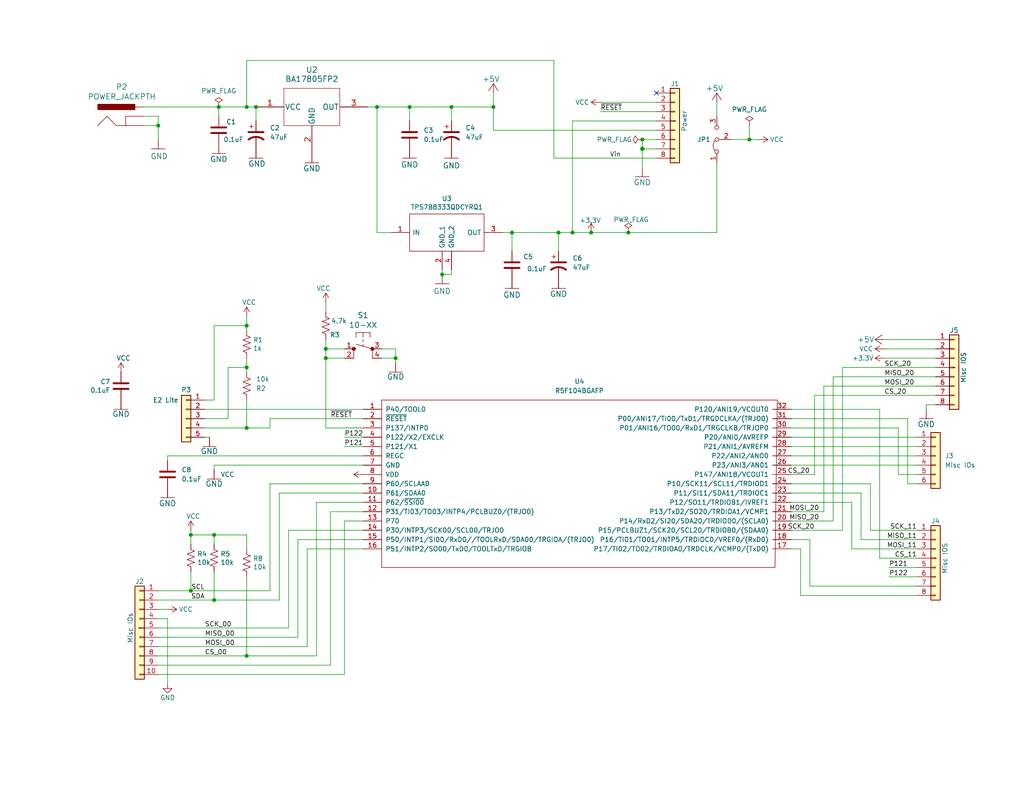
<source format=kicad_sch>
(kicad_sch (version 20231120) (generator "eeschema") (generator_version "8.0")
  (paper "A")
  (title_block (date "2025-01-17"))
  (lib_symbols
    (symbol "Connector_Generic:Conn_01x05" (pin_names (offset 1.016) hide)
      (property "Reference" "J" (at 0 7.62 0))
      (property "Value" "Conn_01x05" (at 0 -7.62 0))
      (symbol "Conn_01x05_1_1"
        (rectangle (start -1.27 -4.953) (end 0 -5.207) (stroke (width 0.1524)))
        (rectangle (start -1.27 -2.413) (end 0 -2.667) (stroke (width 0.1524)))
        (rectangle (start -1.27 0.127) (end 0 -0.127) (stroke (width 0.1524)))
        (rectangle (start -1.27 2.667) (end 0 2.413) (stroke (width 0.1524)))
        (rectangle (start -1.27 5.207) (end 0 4.953) (stroke (width 0.1524)))
        (rectangle (start -1.27 6.35) (end 1.27 -6.35) (stroke (width 0.254)) (fill (type background)))
        (pin passive line (at -5.08 5.08 0) (length 3.81) (name "Pin_1") (number "1"))
        (pin passive line (at -5.08 2.54 0) (length 3.81) (name "Pin_2") (number "2"))
        (pin passive line (at -5.08 0 0) (length 3.81) (name "Pin_3") (number "3"))
        (pin passive line (at -5.08 -2.54 0) (length 3.81) (name "Pin_4") (number "4"))
        (pin passive line (at -5.08 -5.08 0) (length 3.81) (name "Pin_5") (number "5"))
      )
    )
    (symbol "Connector_Generic:Conn_01x06" (pin_names (offset 1.016) hide)
      (property "Reference" "J" (at 0 7.62 0))
      (property "Value" "Conn_01x06" (at 0 -10.16 0))
      (symbol "Conn_01x06_1_1"
        (rectangle (start -1.27 -7.493) (end 0 -7.747) (stroke (width 0.1524)))
        (rectangle (start -1.27 -4.953) (end 0 -5.207) (stroke (width 0.1524)))
        (rectangle (start -1.27 -2.413) (end 0 -2.667) (stroke (width 0.1524)))
        (rectangle (start -1.27 0.127) (end 0 -0.127) (stroke (width 0.1524)))
        (rectangle (start -1.27 2.667) (end 0 2.413) (stroke (width 0.1524)))
        (rectangle (start -1.27 5.207) (end 0 4.953) (stroke (width 0.1524)))
        (rectangle (start -1.27 6.35) (end 1.27 -8.89) (stroke (width 0.254)) (fill (type background)))
        (pin passive line (at -5.08 5.08 0) (length 3.81) (name "Pin_1") (number "1"))
        (pin passive line (at -5.08 2.54 0) (length 3.81) (name "Pin_2") (number "2"))
        (pin passive line (at -5.08 0 0) (length 3.81) (name "Pin_3") (number "3"))
        (pin passive line (at -5.08 -2.54 0) (length 3.81) (name "Pin_4") (number "4"))
        (pin passive line (at -5.08 -5.08 0) (length 3.81) (name "Pin_5") (number "5"))
        (pin passive line (at -5.08 -7.62 0) (length 3.81) (name "Pin_6") (number "6"))
      )
    )
    (symbol "Connector_Generic:Conn_01x08" (pin_names (offset 1.016) hide)
      (property "Reference" "J" (at 0 10.16 0))
      (property "Value" "Conn_01x08" (at 0 -12.7 0))
      (symbol "Conn_01x08_1_1"
        (rectangle (start -1.27 -10.033) (end 0 -10.287) (stroke (width 0.1524)))
        (rectangle (start -1.27 -7.493) (end 0 -7.747) (stroke (width 0.1524)))
        (rectangle (start -1.27 -4.953) (end 0 -5.207) (stroke (width 0.1524)))
        (rectangle (start -1.27 -2.413) (end 0 -2.667) (stroke (width 0.1524)))
        (rectangle (start -1.27 0.127) (end 0 -0.127) (stroke (width 0.1524)))
        (rectangle (start -1.27 2.667) (end 0 2.413) (stroke (width 0.1524)))
        (rectangle (start -1.27 5.207) (end 0 4.953) (stroke (width 0.1524)))
        (rectangle (start -1.27 7.747) (end 0 7.493) (stroke (width 0.1524)))
        (rectangle (start -1.27 8.89) (end 1.27 -11.43) (stroke (width 0.254)) (fill (type background)))
        (pin passive line (at -5.08 7.62 0) (length 3.81) (name "Pin_1") (number "1"))
        (pin passive line (at -5.08 5.08 0) (length 3.81) (name "Pin_2") (number "2"))
        (pin passive line (at -5.08 2.54 0) (length 3.81) (name "Pin_3") (number "3"))
        (pin passive line (at -5.08 0 0) (length 3.81) (name "Pin_4") (number "4"))
        (pin passive line (at -5.08 -2.54 0) (length 3.81) (name "Pin_5") (number "5"))
        (pin passive line (at -5.08 -5.08 0) (length 3.81) (name "Pin_6") (number "6"))
        (pin passive line (at -5.08 -7.62 0) (length 3.81) (name "Pin_7") (number "7"))
        (pin passive line (at -5.08 -10.16 0) (length 3.81) (name "Pin_8") (number "8"))
      )
    )
    (symbol "Connector_Generic:Conn_01x10" (pin_names (offset 1.016) hide)
      (property "Reference" "J" (at 0 12.7 0))
      (property "Value" "Conn_01x10" (at 0 -15.24 0))
      (symbol "Conn_01x10_1_1"
        (rectangle (start -1.27 -12.573) (end 0 -12.827) (stroke (width 0.1524)))
        (rectangle (start -1.27 -10.033) (end 0 -10.287) (stroke (width 0.1524)))
        (rectangle (start -1.27 -7.493) (end 0 -7.747) (stroke (width 0.1524)))
        (rectangle (start -1.27 -4.953) (end 0 -5.207) (stroke (width 0.1524)))
        (rectangle (start -1.27 -2.413) (end 0 -2.667) (stroke (width 0.1524)))
        (rectangle (start -1.27 0.127) (end 0 -0.127) (stroke (width 0.1524)))
        (rectangle (start -1.27 2.667) (end 0 2.413) (stroke (width 0.1524)))
        (rectangle (start -1.27 5.207) (end 0 4.953) (stroke (width 0.1524)))
        (rectangle (start -1.27 7.747) (end 0 7.493) (stroke (width 0.1524)))
        (rectangle (start -1.27 10.287) (end 0 10.033) (stroke (width 0.1524)))
        (rectangle (start -1.27 11.43) (end 1.27 -13.97) (stroke (width 0.254)) (fill (type background)))
        (pin passive line (at -5.08 10.16 0) (length 3.81) (name "Pin_1") (number "1"))
        (pin passive line (at -5.08 -12.7 0) (length 3.81) (name "Pin_10") (number "10"))
        (pin passive line (at -5.08 7.62 0) (length 3.81) (name "Pin_2") (number "2"))
        (pin passive line (at -5.08 5.08 0) (length 3.81) (name "Pin_3") (number "3"))
        (pin passive line (at -5.08 2.54 0) (length 3.81) (name "Pin_4") (number "4"))
        (pin passive line (at -5.08 0 0) (length 3.81) (name "Pin_5") (number "5"))
        (pin passive line (at -5.08 -2.54 0) (length 3.81) (name "Pin_6") (number "6"))
        (pin passive line (at -5.08 -5.08 0) (length 3.81) (name "Pin_7") (number "7"))
        (pin passive line (at -5.08 -7.62 0) (length 3.81) (name "Pin_8") (number "8"))
        (pin passive line (at -5.08 -10.16 0) (length 3.81) (name "Pin_9") (number "9"))
      )
    )
    (symbol "Device:C" (pin_numbers hide) (pin_names (offset 0.254))
      (property "Reference" "C" (at 0.635 2.54 0))
      (property "Value" "C" (at 0.635 -2.54 0))
      (symbol "C_0_1"
        (polyline (pts (xy -2.032 -0.762) (xy 2.032 -0.762)) (stroke (width 0.508)))
        (polyline (pts (xy -2.032 0.762) (xy 2.032 0.762)) (stroke (width 0.508)))
      )
      (symbol "C_1_1"
        (pin passive line (at 0 3.81 270) (length 2.794) (name "~") (number "1"))
        (pin passive line (at 0 -3.81 90) (length 2.794) (name "~") (number "2"))
      )
    )
    (symbol "Device:C_Polarized_US" (pin_numbers hide) (pin_names (offset 0.254) hide)
      (property "Reference" "C" (at 0.635 2.54 0))
      (property "Value" "C_Polarized_US" (at 0.635 -2.54 0))
      (symbol "C_Polarized_US_0_1"
        (polyline (pts (xy -2.032 0.762) (xy 2.032 0.762)) (stroke (width 0.508)))
        (polyline (pts (xy -1.778 2.286) (xy -0.762 2.286)))
        (polyline (pts (xy -1.27 1.778) (xy -1.27 2.794)))
        (arc (start 2.032 -1.27) (mid 0 -0.5572) (end -2.032 -1.27) (stroke (width 0.508)))
      )
      (symbol "C_Polarized_US_1_1"
        (pin passive line (at 0 3.81 270) (length 2.794) (name "~") (number "1"))
        (pin passive line (at 0 -3.81 90) (length 3.302) (name "~") (number "2"))
      )
    )
    (symbol "Device:R_US" (pin_numbers hide) (pin_names (offset 0))
      (property "Reference" "R" (at 2.54 0 90))
      (property "Value" "R_US" (at -2.54 0 90))
      (symbol "R_US_0_1"
        (polyline (pts (xy 0 -2.286) (xy 0 -2.54)))
        (polyline (pts (xy 0 2.286) (xy 0 2.54)))
        (polyline (pts (xy 0 -0.762) (xy 1.016 -1.143) (xy 0 -1.524) (xy -1.016 -1.905) (xy 0 -2.286)))
        (polyline (pts (xy 0 0.762) (xy 1.016 0.381) (xy 0 0) (xy -1.016 -0.381) (xy 0 -0.762)))
        (polyline (pts (xy 0 2.286) (xy 1.016 1.905) (xy 0 1.524) (xy -1.016 1.143) (xy 0 0.762)))
      )
      (symbol "R_US_1_1"
        (pin passive line (at 0 3.81 270) (length 1.27) (name "~") (number "1"))
        (pin passive line (at 0 -3.81 90) (length 1.27) (name "~") (number "2"))
      )
    )
    (symbol "Jumper:Jumper_3_Bridged12" (pin_names (offset 0) hide) (exclude_from_sim yes) (in_bom no)
      (property "Reference" "JP" (at -2.54 -2.54 0))
      (property "Value" "Jumper_3_Bridged12" (at 0 2.794 0))
      (symbol "Jumper_3_Bridged12_0_0"
        (circle (center -3.302 0) (radius 0.508))
        (circle (center 0 0) (radius 0.508))
        (circle (center 3.302 0) (radius 0.508))
      )
      (symbol "Jumper_3_Bridged12_0_1"
        (arc (start -0.254 0.508) (mid -1.651 0.9912) (end -3.048 0.508))
        (polyline (pts (xy 0 -1.27) (xy 0 -0.508)))
      )
      (symbol "Jumper_3_Bridged12_1_1"
        (pin passive line (at -6.35 0 0) (length 2.54) (name "A") (number "1"))
        (pin passive line (at 0 -3.81 90) (length 2.54) (name "C") (number "2"))
        (pin passive line (at 6.35 0 180) (length 2.54) (name "B") (number "3"))
      )
    )
    (symbol "catu:+5V" (power) (pin_names (offset 1.016))
      (property "Value" "+5V" (at -2.54 -5.08 90))
      (symbol "+5V_1_0"
        (polyline (pts (xy 0 0) (xy -1.27 -1.905)))
        (polyline (pts (xy 1.27 -1.905) (xy 0 0)))
        (pin power_in line (at 0 -2.54 90) (length 2.54) (name "+5V") (number "1"))
      )
    )
    (symbol "catu:10-XX" (pin_names (offset 1.016))
      (property "Reference" "S" (at -6.35 -2.54 90))
      (property "Value" "10-XX" (at -3.81 3.175 90))
      (symbol "10-XX_1_0"
        (circle (center 0 -2.54) (radius 0.127) (stroke (width 0.4064)))
        (polyline (pts (xy -4.445 -1.905) (xy -3.175 -1.905)))
        (polyline (pts (xy -4.445 0) (xy -4.445 -1.905)))
        (polyline (pts (xy -4.445 0) (xy -3.175 0)))
        (polyline (pts (xy -4.445 1.905) (xy -4.445 0)))
        (polyline (pts (xy -4.445 1.905) (xy -3.175 1.905)))
        (polyline (pts (xy -2.54 0) (xy -1.905 0)))
        (polyline (pts (xy -1.27 0) (xy -0.635 0)))
        (polyline (pts (xy 0 -2.54) (xy -1.27 1.905)))
        (polyline (pts (xy 0 1.905) (xy 0 2.54)))
        (polyline (pts (xy 2.54 -2.54) (xy 0 -2.54)))
        (polyline (pts (xy 2.54 2.54) (xy 0 2.54)))
        (circle (center 0 2.54) (radius 0.127) (stroke (width 0.4064)))
        (pin passive line (at 0 5.08 270) (length 2.54) (name "S") (number "1"))
        (pin passive line (at 2.54 5.08 270) (length 2.54) (name "S1") (number "2"))
        (pin passive line (at 0 -5.08 90) (length 2.54) (name "P") (number "3"))
        (pin passive line (at 2.54 -5.08 90) (length 2.54) (name "P1") (number "4"))
      )
    )
    (symbol "catu:BA17805FP2" (pin_names (offset 0.254))
      (property "Reference" "U" (at 13.97 11.43 0))
      (property "Value" "BA17805FP2" (at 13.97 8.89 0))
      (symbol "BA17805FP2_1_1"
        (polyline (pts (xy 7.62 -5.08) (xy 22.86 -5.08)) (stroke (width 0.127)))
        (polyline (pts (xy 7.62 5.08) (xy 7.62 -5.08)) (stroke (width 0.127)))
        (polyline (pts (xy 22.86 -5.08) (xy 22.86 5.08)) (stroke (width 0.127)))
        (polyline (pts (xy 22.86 5.08) (xy 7.62 5.08)) (stroke (width 0.127)))
        (pin power_in line (at 0 0 0) (length 7.62) (name "VCC") (number "1"))
        (pin power_in line (at 15.24 -12.7 90) (length 7.62) (name "GND") (number "2"))
        (pin power_out line (at 30.48 0 180) (length 7.62) (name "OUT") (number "3"))
      )
    )
    (symbol "catu:GND" (power) (pin_names (offset 1.016))
      (property "Value" "GND" (at -2.54 -2.54 0))
      (symbol "GND_1_0"
        (polyline (pts (xy -1.905 0) (xy 1.905 0)))
        (pin power_in line (at 0 2.54 270) (length 2.54) (name "GND") (number "1"))
      )
    )
    (symbol "catu:POWER_JACKPTH" (pin_names (offset 1.016))
      (property "Reference" "J" (at -10.16 0 0))
      (property "Value" "POWER_JACKPTH" (at -10.16 10.16 0))
      (symbol "POWER_JACKPTH_1_0"
        (rectangle (start -10.16 6.858) (end 0 8.382) (fill (type outline)))
        (polyline (pts (xy -10.16 2.54) (xy -7.62 5.08)))
        (polyline (pts (xy -7.62 5.08) (xy -5.08 2.54)))
        (polyline (pts (xy -5.08 2.54) (xy -2.54 2.54)))
        (polyline (pts (xy -2.54 2.54) (xy -2.54 5.08)))
        (polyline (pts (xy -2.54 2.54) (xy 0 2.54)))
        (polyline (pts (xy -2.54 5.08) (xy 0 5.08)))
        (pin passive line (at 2.54 2.54 180) (length 2.54) (name "GND") (number "GND"))
        (pin passive line (at 2.54 5.08 180) (length 2.54) (name "GNDBREAK") (number "GNDBREAK"))
        (pin passive line (at 2.54 7.62 180) (length 2.54) (name "PWR") (number "PWR"))
      )
    )
    (symbol "catu:R5F104BGAFP" (pin_names (offset 1.016))
      (property "Reference" "U" (at -9.525 26.035 0))
      (property "Value" "R5F104BGAFP" (at -23.495 26.035 0))
      (symbol "R5F104BGAFP_1_1"
        (polyline (pts (xy -53.34 22.86) (xy 54.61 22.86) (xy 53.975 -22.86) (xy -53.34 -22.86) (xy -53.34 22.86)) (stroke (width 0.1524)))
        (pin passive line (at -58.42 20.32 0) (length 5.08) (name "P40/TOOL0") (number "1"))
        (pin passive line (at -58.42 -2.54 0) (length 5.08) (name "P61/SDAA0") (number "10"))
        (pin passive line (at -58.42 -5.08 0) (length 5.08) (name "P62/~{SSI00}") (number "11"))
        (pin passive line (at -58.42 -7.62 0) (length 5.08) (name "P31/TI03/TO03/INTP4/PCLBUZ0/(TRJO0)") (number "12"))
        (pin passive line (at -58.42 -10.16 0) (length 5.08) (name "P70") (number "13"))
        (pin passive line (at -58.42 -12.7 0) (length 5.08) (name "P30/INTP3/SCK00/SCL00/TRJO0") (number "14"))
        (pin passive line (at -58.42 -15.24 0) (length 5.08) (name "P50/INTP1/SI00/RxD0//TOOLRxD/SDA00/TRGIOA/(TRJO0)") (number "15"))
        (pin passive line (at -58.42 -17.78 0) (length 5.08) (name "P51/INTP2/SO00/TxD0/TOOLTxD/TRGIOB") (number "16"))
        (pin passive line (at 58.42 -17.78 180) (length 5.08) (name "P17/TI02/TO02/TRDIOA0/TRDCLK/VCMP0/(TxD0)") (number "17"))
        (pin passive line (at 58.42 -15.24 180) (length 5.08) (name "P16/TI01/TO01/INTP5/TRDIOC0/VREF0/(RxD0)") (number "18"))
        (pin passive line (at 58.42 -12.7 180) (length 5.08) (name "P15/PCLBUZ1/SCK20/SCL20/TRDIOB0/(SDAA0)") (number "19"))
        (pin passive line (at -58.42 17.78 0) (length 5.08) (name "~{RESET}") (number "2"))
        (pin passive line (at 58.42 -10.16 180) (length 5.08) (name "P14/RxD2/SI20/SDA20/TRDIOD0/(SCLA0)") (number "20"))
        (pin passive line (at 58.42 -7.62 180) (length 5.08) (name "P13/TxD2/SO20/TRDIOA1/VCMP1") (number "21"))
        (pin passive line (at 58.42 -5.08 180) (length 5.08) (name "P12/SO11/TRDIOB1/IVREF1") (number "22"))
        (pin passive line (at 58.42 -2.54 180) (length 5.08) (name "P11/SI11/SDA11/TRDIOC1") (number "23"))
        (pin passive line (at 58.42 0 180) (length 5.08) (name "P10/SCK11/SCL11/TRDIOD1") (number "24"))
        (pin passive line (at 58.42 2.54 180) (length 5.08) (name "P147/ANI18/VCOUT1") (number "25"))
        (pin passive line (at 58.42 5.08 180) (length 5.08) (name "P23/ANI3/AN01") (number "26"))
        (pin passive line (at 58.42 7.62 180) (length 5.08) (name "P22/ANI2/ANO0") (number "27"))
        (pin passive line (at 58.42 10.16 180) (length 5.08) (name "P21/ANI1/AVREFM") (number "28"))
        (pin passive line (at 58.42 12.7 180) (length 5.08) (name "P20/ANI0/AVREFP") (number "29"))
        (pin input line (at -58.42 15.24 0) (length 5.08) (name "P137/INTP0") (number "3"))
        (pin passive line (at 58.42 15.24 180) (length 5.08) (name "P01/ANI16/TO00/RxD1/TRGCLKB/TRJOP0") (number "30"))
        (pin passive line (at 58.42 17.78 180) (length 5.08) (name "P00/ANI17/TI00/TxD1/TRGDCLKA/(TRJO0)") (number "31"))
        (pin passive line (at 58.42 20.32 180) (length 5.08) (name "P120/ANI19/VCOUT0") (number "32"))
        (pin input line (at -58.42 12.7 0) (length 5.08) (name "P122/X2/EXCLK") (number "4"))
        (pin input line (at -58.42 10.16 0) (length 5.08) (name "P121/X1") (number "5"))
        (pin passive line (at -58.42 7.62 0) (length 5.08) (name "REGC") (number "6"))
        (pin power_in line (at -58.42 5.08 0) (length 5.08) (name "GND") (number "7"))
        (pin power_in line (at -58.42 2.54 0) (length 5.08) (name "VDD") (number "8"))
        (pin passive line (at -58.42 0 0) (length 5.08) (name "P60/SCLAA0") (number "9"))
      )
    )
    (symbol "catu:TPS7B8333QDCYRQ1" (pin_names (offset 0.762))
      (property "Reference" "IC" (at 8.89 7.62 0))
      (property "Value" "TPS7B8333QDCYRQ1" (at 5.08 5.715 0))
      (symbol "TPS7B8333QDCYRQ1_0_0"
        (pin passive line (at 0 -2.54 0) (length 5.08) (name "IN") (number "1"))
        (pin passive line (at 13.97 -12.7 90) (length 5.08) (name "GND_1") (number "2"))
        (pin passive line (at 30.48 -2.54 180) (length 5.08) (name "OUT") (number "3"))
        (pin passive line (at 16.51 -12.7 90) (length 5.08) (name "GND_2") (number "4"))
      )
      (symbol "TPS7B8333QDCYRQ1_0_1"
        (polyline (pts (xy 5.08 2.54) (xy 25.4 2.54) (xy 25.4 -7.62) (xy 5.08 -7.62) (xy 5.08 2.54)) (stroke (width 0.1524)))
      )
    )
    (symbol "power:+3.3V" (power) (pin_numbers hide) (pin_names (offset 0) hide)
      (property "Value" "+3.3V" (at 0 3.556 0))
      (symbol "+3.3V_0_1"
        (polyline (pts (xy -0.762 1.27) (xy 0 2.54)))
        (polyline (pts (xy 0 0) (xy 0 2.54)))
        (polyline (pts (xy 0 2.54) (xy 0.762 1.27)))
      )
      (symbol "+3.3V_1_1"
        (pin power_in line (at 0 0 90) (length 0) (name "~") (number "1"))
      )
    )
    (symbol "power:GND" (power) (pin_numbers hide) (pin_names (offset 0) hide)
      (property "Value" "GND" (at 0 -3.81 0))
      (symbol "GND_0_1"
        (polyline (pts (xy 0 0) (xy 0 -1.27) (xy 1.27 -1.27) (xy 0 -2.54) (xy -1.27 -1.27) (xy 0 -1.27)))
      )
      (symbol "GND_1_1"
        (pin power_in line (at 0 0 270) (length 0) (name "~") (number "1"))
      )
    )
    (symbol "power:PWR_FLAG" (power) (pin_numbers hide) (pin_names (offset 0) hide)
      (property "Value" "PWR_FLAG" (at 0 3.81 0))
      (symbol "PWR_FLAG_0_0"
        (pin power_out line (at 0 0 90) (length 0) (name "~") (number "1"))
      )
      (symbol "PWR_FLAG_0_1"
        (polyline (pts (xy 0 0) (xy 0 1.27) (xy -1.016 1.905) (xy 0 2.54) (xy 1.016 1.905) (xy 0 1.27)))
      )
    )
    (symbol "power:VCC" (power) (pin_numbers hide) (pin_names (offset 0) hide)
      (property "Value" "VCC" (at 0 3.556 0))
      (symbol "VCC_0_1"
        (polyline (pts (xy -0.762 1.27) (xy 0 2.54)))
        (polyline (pts (xy 0 0) (xy 0 2.54)))
        (polyline (pts (xy 0 2.54) (xy 0.762 1.27)))
      )
      (symbol "VCC_1_1"
        (pin power_in line (at 0 0 90) (length 0) (name "~") (number "1"))
      )
    )
  )
  (junction (at 67.31 116.84))
  (junction (at 161.29 63.5))
  (junction (at 59.69 29.21))
  (junction (at 120.65 74.93))
  (junction (at 58.42 163.83))
  (junction (at 171.45 63.5))
  (junction (at 175.26 40.64) (diameter 1.016))
  (junction (at 175.26 38.1))
  (junction (at 139.7 63.5))
  (junction (at 107.95 97.79))
  (junction (at 52.07 146.05))
  (junction (at 67.31 88.9))
  (junction (at 67.31 29.21))
  (junction (at 204.47 38.1))
  (junction (at 111.76 29.21))
  (junction (at 102.87 29.21))
  (junction (at 123.19 29.21))
  (junction (at 88.9 95.25))
  (junction (at 58.42 146.05))
  (junction (at 88.9 97.79))
  (junction (at 67.31 179.07))
  (junction (at 156.21 63.5))
  (junction (at 43.18 34.29))
  (junction (at 67.31 100.33))
  (junction (at 69.85 29.21))
  (junction (at 152.4 63.5))
  (junction (at 134.62 29.21))
  (junction (at 52.07 161.29))
  (no_connect (at 179.07 25.4))
  (wire (pts (xy 39.37 29.21) (xy 59.69 29.21)))
  (wire (pts (xy 163.83 30.48) (xy 179.07 30.48)))
  (wire (pts (xy 240.03 152.4) (xy 250.19 152.4)))
  (wire (pts (xy 107.95 95.25) (xy 104.14 95.25)))
  (wire (pts (xy 57.15 119.38) (xy 55.88 119.38)))
  (wire (pts (xy 43.18 179.07) (xy 67.31 179.07)))
  (wire (pts (xy 215.9 129.54) (xy 222.25 129.54)))
  (wire (pts (xy 76.2 134.62) (xy 99.06 134.62)))
  (wire (pts (xy 224.79 105.41) (xy 255.27 105.41)))
  (wire (pts (xy 215.9 111.76) (xy 240.03 111.76)))
  (wire (pts (xy 43.18 34.29) (xy 43.18 38.1)))
  (wire (pts (xy 171.45 63.5) (xy 195.58 63.5)))
  (wire (pts (xy 241.3 92.71) (xy 255.27 92.71)))
  (wire (pts (xy 218.44 149.86) (xy 218.44 162.56)))
  (wire (pts (xy 86.36 137.16) (xy 99.06 137.16)))
  (wire (pts (xy 215.9 144.78) (xy 229.87 144.78)))
  (wire (pts (xy 73.66 132.08) (xy 73.66 161.29)))
  (wire (pts (xy 67.31 116.84) (xy 73.66 116.84)))
  (wire (pts (xy 67.31 146.05) (xy 67.31 149.86)))
  (wire (pts (xy 195.58 27.94) (xy 195.58 31.75)))
  (wire (pts (xy 234.95 147.32) (xy 250.19 147.32)))
  (wire (pts (xy 43.18 31.75) (xy 43.18 34.29)))
  (wire (pts (xy 62.23 114.3) (xy 62.23 100.33)))
  (wire (pts (xy 247.65 114.3) (xy 247.65 132.08)))
  (wire (pts (xy 90.17 139.7) (xy 99.06 139.7)))
  (wire (pts (xy 151.13 16.51) (xy 151.13 43.18)))
  (wire (pts (xy 215.9 134.62) (xy 234.95 134.62)))
  (wire (pts (xy 102.87 63.5) (xy 102.87 29.21)))
  (wire (pts (xy 215.9 139.7) (xy 224.79 139.7)))
  (wire (pts (xy 242.57 157.48) (xy 250.19 157.48)))
  (wire (pts (xy 237.49 132.08) (xy 237.49 144.78)))
  (wire (pts (xy 152.4 68.58) (xy 152.4 63.5)))
  (wire (pts (xy 58.42 88.9) (xy 58.42 109.22)))
  (wire (pts (xy 52.07 146.05) (xy 58.42 146.05)))
  (wire (pts (xy 156.21 33.02) (xy 179.07 33.02)))
  (wire (pts (xy 240.03 111.76) (xy 240.03 152.4)))
  (wire (pts (xy 58.42 127) (xy 99.06 127)))
  (wire (pts (xy 215.9 137.16) (xy 232.41 137.16)))
  (wire (pts (xy 227.33 142.24) (xy 227.33 102.87)))
  (wire (pts (xy 73.66 132.08) (xy 99.06 132.08)))
  (wire (pts (xy 111.76 29.21) (xy 123.19 29.21)))
  (wire (pts (xy 229.87 100.33) (xy 255.27 100.33)))
  (wire (pts (xy 222.25 107.95) (xy 255.27 107.95)))
  (wire (pts (xy 215.9 127) (xy 250.19 127)))
  (wire (pts (xy 39.37 34.29) (xy 43.18 34.29)))
  (wire (pts (xy 161.29 63.5) (xy 171.45 63.5)))
  (wire (pts (xy 134.62 35.56) (xy 179.07 35.56)))
  (wire (pts (xy 43.18 173.99) (xy 81.28 173.99)))
  (wire (pts (xy 215.9 124.46) (xy 250.19 124.46)))
  (wire (pts (xy 88.9 92.71) (xy 88.9 95.25)))
  (wire (pts (xy 52.07 156.21) (xy 52.07 161.29)))
  (wire (pts (xy 81.28 147.32) (xy 99.06 147.32)))
  (wire (pts (xy 43.18 181.61) (xy 90.17 181.61)))
  (wire (pts (xy 52.07 146.05) (xy 52.07 148.59)))
  (wire (pts (xy 215.9 121.92) (xy 250.19 121.92)))
  (wire (pts (xy 93.98 119.38) (xy 99.06 119.38)))
  (wire (pts (xy 152.4 63.5) (xy 156.21 63.5)))
  (wire (pts (xy 241.3 97.79) (xy 255.27 97.79)))
  (wire (pts (xy 222.25 129.54) (xy 222.25 107.95)))
  (wire (pts (xy 224.79 139.7) (xy 224.79 105.41)))
  (wire (pts (xy 204.47 34.29) (xy 204.47 38.1)))
  (wire (pts (xy 156.21 63.5) (xy 161.29 63.5)))
  (wire (pts (xy 175.26 38.1) (xy 175.26 40.64)))
  (wire (pts (xy 252.73 111.76) (xy 252.73 110.49)))
  (wire (pts (xy 93.98 95.25) (xy 88.9 95.25)))
  (wire (pts (xy 90.17 181.61) (xy 90.17 139.7)))
  (wire (pts (xy 232.41 137.16) (xy 232.41 149.86)))
  (wire (pts (xy 43.18 171.45) (xy 78.74 171.45)))
  (wire (pts (xy 252.73 110.49) (xy 255.27 110.49)))
  (wire (pts (xy 67.31 88.9) (xy 67.31 90.17)))
  (wire (pts (xy 156.21 33.02) (xy 156.21 63.5)))
  (wire (pts (xy 220.98 160.02) (xy 250.19 160.02)))
  (wire (pts (xy 52.07 144.78) (xy 52.07 146.05)))
  (wire (pts (xy 220.98 147.32) (xy 220.98 160.02)))
  (wire (pts (xy 247.65 132.08) (xy 250.19 132.08)))
  (wire (pts (xy 229.87 144.78) (xy 229.87 100.33)))
  (wire (pts (xy 123.19 74.93) (xy 123.19 73.66)))
  (wire (pts (xy 245.11 116.84) (xy 245.11 129.54)))
  (wire (pts (xy 215.9 114.3) (xy 247.65 114.3)))
  (wire (pts (xy 179.07 40.64) (xy 175.26 40.64)))
  (wire (pts (xy 151.13 43.18) (xy 179.07 43.18)))
  (wire (pts (xy 45.72 168.91) (xy 45.72 186.69)))
  (wire (pts (xy 43.18 161.29) (xy 52.07 161.29)))
  (wire (pts (xy 100.33 29.21) (xy 102.87 29.21)))
  (wire (pts (xy 55.88 116.84) (xy 67.31 116.84)))
  (wire (pts (xy 134.62 35.56) (xy 134.62 29.21)))
  (wire (pts (xy 67.31 179.07) (xy 86.36 179.07)))
  (wire (pts (xy 43.18 166.37) (xy 45.72 166.37)))
  (wire (pts (xy 215.9 147.32) (xy 220.98 147.32)))
  (wire (pts (xy 93.98 97.79) (xy 88.9 97.79)))
  (wire (pts (xy 43.18 163.83) (xy 58.42 163.83)))
  (wire (pts (xy 39.37 31.75) (xy 43.18 31.75)))
  (wire (pts (xy 67.31 86.36) (xy 67.31 88.9)))
  (wire (pts (xy 58.42 127) (xy 58.42 128.27)))
  (wire (pts (xy 242.57 154.94) (xy 250.19 154.94)))
  (wire (pts (xy 215.9 149.86) (xy 218.44 149.86)))
  (wire (pts (xy 123.19 33.02) (xy 123.19 29.21)))
  (wire (pts (xy 55.88 111.76) (xy 99.06 111.76)))
  (wire (pts (xy 88.9 116.84) (xy 99.06 116.84)))
  (wire (pts (xy 86.36 179.07) (xy 86.36 137.16)))
  (wire (pts (xy 215.9 116.84) (xy 245.11 116.84)))
  (wire (pts (xy 175.26 40.64) (xy 175.26 45.72)))
  (wire (pts (xy 106.68 63.5) (xy 102.87 63.5)))
  (wire (pts (xy 204.47 38.1) (xy 199.39 38.1)))
  (wire (pts (xy 78.74 171.45) (xy 78.74 144.78)))
  (wire (pts (xy 245.11 129.54) (xy 250.19 129.54)))
  (wire (pts (xy 58.42 146.05) (xy 67.31 146.05)))
  (wire (pts (xy 111.76 33.02) (xy 111.76 29.21)))
  (wire (pts (xy 62.23 100.33) (xy 67.31 100.33)))
  (wire (pts (xy 137.16 63.5) (xy 139.7 63.5)))
  (wire (pts (xy 81.28 173.99) (xy 81.28 147.32)))
  (wire (pts (xy 107.95 97.79) (xy 107.95 99.06)))
  (wire (pts (xy 107.95 95.25) (xy 107.95 97.79)))
  (wire (pts (xy 45.72 124.46) (xy 99.06 124.46)))
  (wire (pts (xy 67.31 100.33) (xy 67.31 101.6)))
  (wire (pts (xy 234.95 134.62) (xy 234.95 147.32)))
  (wire (pts (xy 59.69 29.21) (xy 67.31 29.21)))
  (wire (pts (xy 139.7 68.58) (xy 139.7 63.5)))
  (wire (pts (xy 134.62 25.4) (xy 134.62 29.21)))
  (wire (pts (xy 59.69 29.21) (xy 59.69 31.75)))
  (wire (pts (xy 45.72 124.46) (xy 45.72 125.73)))
  (wire (pts (xy 237.49 144.78) (xy 250.19 144.78)))
  (wire (pts (xy 58.42 156.21) (xy 58.42 163.83)))
  (wire (pts (xy 215.9 132.08) (xy 237.49 132.08)))
  (wire (pts (xy 43.18 168.91) (xy 45.72 168.91)))
  (wire (pts (xy 88.9 82.55) (xy 88.9 85.09)))
  (wire (pts (xy 123.19 29.21) (xy 134.62 29.21)))
  (wire (pts (xy 120.65 73.66) (xy 120.65 74.93)))
  (wire (pts (xy 43.18 176.53) (xy 83.82 176.53)))
  (wire (pts (xy 215.9 142.24) (xy 227.33 142.24)))
  (wire (pts (xy 73.66 114.3) (xy 99.06 114.3)))
  (wire (pts (xy 58.42 163.83) (xy 76.2 163.83)))
  (wire (pts (xy 93.98 142.24) (xy 99.06 142.24)))
  (wire (pts (xy 88.9 97.79) (xy 88.9 95.25)))
  (wire (pts (xy 120.65 74.93) (xy 123.19 74.93)))
  (wire (pts (xy 67.31 157.48) (xy 67.31 179.07)))
  (wire (pts (xy 67.31 29.21) (xy 69.85 29.21)))
  (wire (pts (xy 139.7 63.5) (xy 152.4 63.5)))
  (wire (pts (xy 67.31 116.84) (xy 67.31 109.22)))
  (wire (pts (xy 107.95 97.79) (xy 104.14 97.79)))
  (wire (pts (xy 67.31 29.21) (xy 67.31 16.51)))
  (wire (pts (xy 58.42 88.9) (xy 67.31 88.9)))
  (wire (pts (xy 241.3 95.25) (xy 255.27 95.25)))
  (wire (pts (xy 93.98 184.15) (xy 93.98 142.24)))
  (wire (pts (xy 58.42 146.05) (xy 58.42 148.59)))
  (wire (pts (xy 55.88 114.3) (xy 62.23 114.3)))
  (wire (pts (xy 58.42 109.22) (xy 55.88 109.22)))
  (wire (pts (xy 52.07 161.29) (xy 73.66 161.29)))
  (wire (pts (xy 83.82 176.53) (xy 83.82 149.86)))
  (wire (pts (xy 67.31 16.51) (xy 151.13 16.51)))
  (wire (pts (xy 83.82 149.86) (xy 99.06 149.86)))
  (wire (pts (xy 179.07 38.1) (xy 175.26 38.1)))
  (wire (pts (xy 232.41 149.86) (xy 250.19 149.86)))
  (wire (pts (xy 67.31 97.79) (xy 67.31 100.33)))
  (wire (pts (xy 227.33 102.87) (xy 255.27 102.87)))
  (wire (pts (xy 78.74 144.78) (xy 99.06 144.78)))
  (wire (pts (xy 163.83 27.94) (xy 179.07 27.94)))
  (wire (pts (xy 102.87 29.21) (xy 111.76 29.21)))
  (wire (pts (xy 215.9 119.38) (xy 250.19 119.38)))
  (wire (pts (xy 207.01 38.1) (xy 204.47 38.1)))
  (wire (pts (xy 69.85 29.21) (xy 69.85 33.02)))
  (wire (pts (xy 76.2 134.62) (xy 76.2 163.83)))
  (wire (pts (xy 88.9 97.79) (xy 88.9 116.84)))
  (wire (pts (xy 93.98 121.92) (xy 99.06 121.92)))
  (wire (pts (xy 73.66 114.3) (xy 73.66 116.84)))
  (wire (pts (xy 195.58 44.45) (xy 195.58 63.5)))
  (wire (pts (xy 218.44 162.56) (xy 250.19 162.56)))
  (wire (pts (xy 43.18 184.15) (xy 93.98 184.15)))
  (label "~{RESET}" (at 90.17 114.3 0))
  (label "SCK_11" (at 250.19 144.78 180))
  (label "MISO_00" (at 55.88 173.99 0))
  (label "MOSI_20" (at 241.3 105.41 0))
  (label "CS_20" (at 241.3 107.95 0))
  (label "SCK_20" (at 222.25 144.78 180))
  (label "SCK_00" (at 55.88 171.45 0))
  (label "SCK_20" (at 241.3 100.33 0))
  (label "~{RESET}" (at 163.83 30.48 0))
  (label "P121" (at 93.98 121.92 0))
  (label "MISO_11" (at 250.19 147.32 180))
  (label "CS_11" (at 250.19 152.4 180))
  (label "MOSI_00" (at 55.88 176.53 0))
  (label "P121" (at 242.57 154.94 0))
  (label "SDA" (at 55.88 163.83 180))
  (label "Vin" (at 166.37 43.18 0))
  (label "MISO_20" (at 241.3 102.87 0))
  (label "P122" (at 242.57 157.48 0))
  (label "MOSI_11" (at 250.19 149.86 180))
  (label "CS_00" (at 55.88 179.07 0))
  (label "CS_20" (at 220.98 129.54 180))
  (label "SCL" (at 55.88 161.29 180))
  (label "MISO_20" (at 223.52 142.24 180))
  (label "MOSI_20" (at 223.52 139.7 180))
  (label "P122" (at 93.98 119.38 0))
  (symbol (lib_id "Connector_Generic:Conn_01x10") (at 38.1 171.45 0) (mirror y) (unit 1)
    (property "Reference" "J2" (at 38.1 158.75 0))
    (property "Value" "Misc IOs" (at 35.56 171.45 90))
    (property "Footprint" "Connector_PinSocket_2.54mm:PinSocket_1x10_P2.54mm_Vertical" (effects (hide yes)))
    (property "Datasheet" "~" (at 38.1 171.45 0))
    (property "Description" "Generic connector, single row, 01x10, script generated (kicad-library-utils/schlib/autogen/connector/)" (effects (hide yes)))
  )
  (symbol (lib_id "power:GND") (at 45.72 186.69 0) (unit 1)
    (property "Reference" "#PWR02" (effects (hide yes)))
    (property "Value" "GND" (at 45.72 190.5 0))
    (property "Description" "Power symbol creates a global label with name \"GND\" , ground" (effects (hide yes)))
  )
  (symbol (lib_id "Connector_Generic:Conn_01x08") (at 255.27 152.4 0) (unit 1)
    (property "Reference" "J4" (at 255.27 142.24 0))
    (property "Value" "Misc IOS" (at 257.81 152.4 90))
    (property "Footprint" "Connector_PinSocket_2.54mm:PinSocket_1x08_P2.54mm_Vertical" (effects (hide yes)))
    (property "Datasheet" "~" (at 255.27 152.4 0))
    (property "Description" "Generic connector, single row, 01x08, script generated (kicad-library-utils/schlib/autogen/connector/)" (effects (hide yes)))
  )
  (symbol (lib_id "Device:C") (at 45.72 129.54 0) (unit 1)
    (property "Reference" "C8" (at 49.53 128.2699 0) (effects (justify left)))
    (property "Value" "0.1uF" (at 49.53 130.8099 0) (effects (justify left)))
    (property "Footprint" "Capacitor_SMD:C_0805_2012Metric_Pad1.18x1.45mm_HandSolder" (effects (hide yes)))
    (property "Description" "Unpolarized capacitor" (effects (hide yes)))
  )
  (symbol (lib_id "catu:GND") (at 111.76 43.18 0) (unit 1)
    (property "Reference" "#GND015" (effects (hide yes)))
    (property "Value" "GND" (at 111.76 44.958 0) (effects (font (size 1.4986 1.4986))))
  )
  (symbol (lib_id "Device:R_US") (at 58.42 152.4 0) (unit 1)
    (property "Reference" "R5" (at 60.1472 151.2316 0) (effects (justify left)))
    (property "Value" "10k" (at 60.1472 153.543 0) (effects (justify left)))
    (property "Footprint" "Resistor_SMD:R_0805_2012Metric" (effects (hide yes)))
    (property "Description" "Resistor, US symbol" (effects (hide yes)))
  )
  (symbol (lib_id "power:+3.3V") (at 161.29 63.5 0) (unit 1)
    (property "Reference" "#PWR09" (effects (hide yes)))
    (property "Value" "+3.3V" (at 161.036 60.198 0))
    (property "Description" "Power symbol creates a global label with name \"+3.3V\"" (effects (hide yes)))
  )
  (symbol (lib_id "power:VCC") (at 33.02 101.6 0) (unit 1)
    (property "Reference" "#PWR01" (effects (hide yes)))
    (property "Value" "VCC" (at 31.75 97.79 0) (effects (justify left)))
    (property "Description" "Power symbol creates a global label with name \"VCC\"" (effects (hide yes)))
  )
  (symbol (lib_id "Device:R_US") (at 52.07 152.4 0) (unit 1)
    (property "Reference" "R4" (at 53.7972 151.2316 0) (effects (justify left)))
    (property "Value" "10k" (at 53.7972 153.543 0) (effects (justify left)))
    (property "Footprint" "Resistor_SMD:R_0805_2012Metric" (effects (hide yes)))
    (property "Description" "Resistor, US symbol" (effects (hide yes)))
  )
  (symbol (lib_id "Device:C_Polarized_US") (at 123.19 36.83 0) (unit 1)
    (property "Reference" "C4" (at 127 34.9249 0) (effects (justify left)))
    (property "Value" "47uF" (at 127 37.4649 0) (effects (justify left)))
    (property "Footprint" "Capacitor_THT:CP_Radial_D6.3mm_P2.50mm" (effects (hide yes)))
    (property "Description" "Polarized capacitor, US symbol" (effects (hide yes)))
  )
  (symbol (lib_id "power:VCC") (at 241.3 95.25 90) (unit 1)
    (property "Reference" "#PWR012" (effects (hide yes)))
    (property "Value" "VCC" (at 238.252 95.25 90) (effects (justify left)))
    (property "Description" "Power symbol creates a global label with name \"VCC\"" (effects (hide yes)))
  )
  (symbol (lib_id "power:VCC") (at 207.01 38.1 270) (unit 1)
    (property "Reference" "#PWR07" (effects (hide yes)))
    (property "Value" "VCC" (at 210.058 38.1 90) (effects (justify left)))
    (property "Description" "Power symbol creates a global label with name \"VCC\"" (effects (hide yes)))
  )
  (symbol (lib_id "Connector_Generic:Conn_01x08") (at 184.15 33.02 0) (unit 1)
    (property "Reference" "J1" (at 184.15 22.86 0))
    (property "Value" "Power" (at 186.69 33.02 90))
    (property "Footprint" "Connector_PinSocket_2.54mm:PinSocket_1x08_P2.54mm_Vertical" (effects (hide yes)))
    (property "Datasheet" "~" (at 184.15 33.02 0))
    (property "Description" "Generic connector, single row, 01x08, script generated (kicad-library-utils/schlib/autogen/connector/)" (effects (hide yes)))
  )
  (symbol (lib_id "catu:GND") (at 33.02 111.76 0) (mirror y) (unit 1)
    (property "Reference" "#GND02" (effects (hide yes)))
    (property "Value" "GND" (at 33.02 113.03 0) (effects (font (size 1.4986 1.4986))))
  )
  (symbol (lib_id "Device:R_US") (at 88.9 88.9 180) (unit 1)
    (property "Reference" "R3" (at 92.71 91.44 0) (effects (justify left)))
    (property "Value" "4.7k" (at 94.615 87.63 0) (effects (justify left)))
    (property "Footprint" "Resistor_SMD:R_0805_2012Metric_Pad1.20x1.40mm_HandSolder" (effects (hide yes)))
    (property "Description" "Resistor, US symbol" (effects (hide yes)))
  )
  (symbol (lib_id "power:VCC") (at 45.72 166.37 270) (unit 1)
    (property "Reference" "#PWR08" (effects (hide yes)))
    (property "Value" "VCC" (at 48.768 166.37 90) (effects (justify left)))
    (property "Description" "Power symbol creates a global label with name \"VCC\"" (effects (hide yes)))
  )
  (symbol (lib_id "power:VCC") (at 163.83 27.94 90) (unit 1)
    (property "Reference" "#PWR06" (effects (hide yes)))
    (property "Value" "VCC" (at 160.782 27.94 90) (effects (justify left)))
    (property "Description" "Power symbol creates a global label with name \"VCC\"" (effects (hide yes)))
  )
  (symbol (lib_id "catu:TPS7B8333QDCYRQ1") (at 106.68 60.96 0) (unit 1)
    (property "Reference" "U3" (at 121.92 54.229 0))
    (property "Value" "TPS7B8333QDCYRQ1" (at 121.92 56.5404 0))
    (property "Footprint" "catu:SOT230P700X180-4N" (effects (hide yes)))
  )
  (symbol (lib_id "catu:GND") (at 58.42 130.81 0) (mirror y) (unit 1)
    (property "Reference" "#GND04" (effects (hide yes)))
    (property "Value" "GND" (at 58.42 132.08 0) (effects (font (size 1.4986 1.4986))))
  )
  (symbol (lib_id "catu:GND") (at 59.69 41.91 0) (unit 1)
    (property "Reference" "#GND012" (effects (hide yes)))
    (property "Value" "GND" (at 59.69 43.434 0) (effects (font (size 1.4986 1.4986))))
  )
  (symbol (lib_id "Device:C") (at 33.02 105.41 0) (mirror y) (unit 1)
    (property "Reference" "C7" (at 30.099 104.2416 0) (effects (justify left)))
    (property "Value" "0.1uF" (at 30.099 106.553 0) (effects (justify left)))
    (property "Footprint" "Capacitor_SMD:C_0805_2012Metric_Pad1.18x1.45mm_HandSolder" (effects (hide yes)))
    (property "Description" "Unpolarized capacitor" (effects (hide yes)))
  )
  (symbol (lib_id "catu:GND") (at 152.4 78.74 0) (unit 1)
    (property "Reference" "#GND019" (effects (hide yes)))
    (property "Value" "GND" (at 152.4 80.264 0) (effects (font (size 1.4986 1.4986))))
  )
  (symbol (lib_id "catu:R5F104BGAFP") (at 157.48 132.08 0) (unit 1)
    (property "Reference" "U4" (at 158.115 104.14 0))
    (property "Value" "R5F104BGAFP" (at 158.115 106.68 0))
    (property "Footprint" "digikey-footprints:LQFP-32_7x7mm" (effects (hide yes)))
  )
  (symbol (lib_id "catu:GND") (at 69.85 43.18 0) (unit 1)
    (property "Reference" "#GND013" (effects (hide yes)))
    (property "Value" "GND" (at 70.104 44.704 0) (effects (font (size 1.4986 1.4986))))
  )
  (symbol (lib_id "Connector_Generic:Conn_01x05") (at 50.8 114.3 0) (mirror y) (unit 1)
    (property "Reference" "P3" (at 50.8 106.426 0))
    (property "Value" "E2 Lite" (at 45.212 109.22 0))
    (property "Footprint" "Connector_PinHeader_2.54mm:PinHeader_1x05_P2.54mm_Vertical" (effects (hide yes)))
    (property "Description" "Generic connector, single row, 01x05, script generated (kicad-library-utils/schlib/autogen/connector/)" (effects (hide yes)))
  )
  (symbol (lib_id "Device:R_US") (at 67.31 153.67 0) (unit 1)
    (property "Reference" "R8" (at 69.0372 152.5016 0) (effects (justify left)))
    (property "Value" "10k" (at 69.0372 154.813 0) (effects (justify left)))
    (property "Footprint" "Resistor_SMD:R_0805_2012Metric" (effects (hide yes)))
    (property "Description" "Resistor, US symbol" (effects (hide yes)))
  )
  (symbol (lib_id "catu:GND") (at 43.18 40.64 0) (unit 1)
    (property "Reference" "#GND05" (effects (hide yes)))
    (property "Value" "GND" (at 43.434 42.672 0) (effects (font (size 1.4986 1.4986))))
  )
  (symbol (lib_id "Device:C_Polarized_US") (at 69.85 36.83 0) (unit 1)
    (property "Reference" "C2" (at 73.66 34.9249 0) (effects (justify left)))
    (property "Value" "47uF" (at 73.66 37.4649 0) (effects (justify left)))
    (property "Footprint" "Capacitor_THT:CP_Radial_D6.3mm_P2.50mm" (effects (hide yes)))
    (property "Description" "Polarized capacitor, US symbol" (effects (hide yes)))
  )
  (symbol (lib_id "Device:R_US") (at 67.31 93.98 0) (unit 1)
    (property "Reference" "R1" (at 69.0372 92.8116 0) (effects (justify left)))
    (property "Value" "1k" (at 69.0372 95.123 0) (effects (justify left)))
    (property "Footprint" "Resistor_SMD:R_0805_2012Metric" (effects (hide yes)))
    (property "Description" "Resistor, US symbol" (effects (hide yes)))
  )
  (symbol (lib_id "power:VCC") (at 99.06 129.54 90) (unit 1)
    (property "Reference" "#PWR04" (effects (hide yes)))
    (property "Value" "VCC" (at 64.008 129.54 90) (effects (justify left)))
    (property "Description" "Power symbol creates a global label with name \"VCC\"" (effects (hide yes)))
  )
  (symbol (lib_id "catu:GND") (at 107.95 101.6 0) (mirror y) (unit 1)
    (property "Reference" "#GND03" (effects (hide yes)))
    (property "Value" "GND" (at 107.95 102.87 0) (effects (font (size 1.4986 1.4986))))
  )
  (symbol (lib_id "catu:GND") (at 123.19 43.18 0) (unit 1)
    (property "Reference" "#GND017" (effects (hide yes)))
    (property "Value" "GND" (at 123.19 45.212 0) (effects (font (size 1.4986 1.4986))))
  )
  (symbol (lib_id "Device:C") (at 139.7 72.39 0) (unit 1)
    (property "Reference" "C5" (at 142.748 70.104 0) (effects (justify left)))
    (property "Value" "0.1uF" (at 143.764 73.406 0) (effects (justify left)))
    (property "Footprint" "Capacitor_SMD:C_0805_2012Metric_Pad1.18x1.45mm_HandSolder" (effects (hide yes)))
    (property "Description" "Unpolarized capacitor" (effects (hide yes)))
  )
  (symbol (lib_id "Device:C_Polarized_US") (at 152.4 72.39 0) (unit 1)
    (property "Reference" "C6" (at 156.21 70.4849 0) (effects (justify left)))
    (property "Value" "47uF" (at 156.21 73.0249 0) (effects (justify left)))
    (property "Footprint" "Capacitor_THT:CP_Radial_D6.3mm_P2.50mm" (effects (hide yes)))
    (property "Description" "Polarized capacitor, US symbol" (effects (hide yes)))
  )
  (symbol (lib_id "power:+3.3V") (at 241.3 97.79 90) (unit 1)
    (property "Reference" "#PWR05" (effects (hide yes)))
    (property "Value" "+3.3V" (at 235.458 97.79 90))
    (property "Description" "Power symbol creates a global label with name \"+3.3V\"" (effects (hide yes)))
  )
  (symbol (lib_id "power:PWR_FLAG") (at 171.45 63.5 0) (unit 1)
    (property "Reference" "#FLG05" (effects (hide yes)))
    (property "Value" "PWR_FLAG" (at 172.212 59.944 0))
    (property "Description" "Special symbol for telling ERC where power comes from" (effects (hide yes)))
  )
  (symbol (lib_id "Device:R_US") (at 67.31 105.41 0) (unit 1)
    (property "Reference" "R2" (at 69.85 106.045 0) (effects (justify left)))
    (property "Value" "10k" (at 69.85 103.505 0) (effects (justify left)))
    (property "Footprint" "Resistor_SMD:R_0805_2012Metric" (effects (hide yes)))
    (property "Description" "Resistor, US symbol" (effects (hide yes)))
  )
  (symbol (lib_id "catu:GND") (at 120.65 77.47 0) (unit 1)
    (property "Reference" "#GND016" (effects (hide yes)))
    (property "Value" "GND" (at 120.65 79.502 0) (effects (font (size 1.4986 1.4986))))
  )
  (symbol (lib_id "catu:+5V") (at 238.76 92.71 90) (unit 1)
    (property "Reference" "#P+03" (effects (hide yes)))
    (property "Value" "+5V" (at 236.22 92.71 90) (effects (font (size 1.4986 1.4986))))
  )
  (symbol (lib_id "catu:GND") (at 252.73 114.3 0) (unit 1)
    (property "Reference" "#GND06" (effects (hide yes)))
    (property "Value" "GND" (at 252.73 115.824 0) (effects (font (size 1.4986 1.4986))))
  )
  (symbol (lib_id "Connector_Generic:Conn_01x06") (at 255.27 124.46 0) (unit 1)
    (property "Reference" "J3" (at 257.81 124.4599 0) (effects (justify left)))
    (property "Value" "Misc IOs" (at 257.81 126.9999 0) (effects (justify left)))
    (property "Footprint" "Connector_PinSocket_2.54mm:PinSocket_1x06_P2.54mm_Vertical" (effects (hide yes)))
    (property "Description" "Generic connector, single row, 01x06, script generated (kicad-library-utils/schlib/autogen/connector/)" (effects (hide yes)))
  )
  (symbol (lib_id "power:PWR_FLAG") (at 59.69 29.21 0) (unit 1)
    (property "Reference" "#FLG01" (effects (hide yes)))
    (property "Value" "PWR_FLAG" (at 59.69 24.8158 0))
    (property "Description" "Special symbol for telling ERC where power comes from" (effects (hide yes)))
  )
  (symbol (lib_id "power:PWR_FLAG") (at 204.47 34.29 0) (unit 1)
    (property "Reference" "#FLG03" (effects (hide yes)))
    (property "Value" "PWR_FLAG" (at 204.47 29.8958 0))
    (property "Description" "Special symbol for telling ERC where power comes from" (effects (hide yes)))
  )
  (symbol (lib_id "Jumper:Jumper_3_Bridged12") (at 195.58 38.1 90) (unit 1)
    (property "Reference" "JP1" (at 193.8782 38.1 90) (effects (justify left)))
    (property "Value" "Jumper_3_Bridged12" (effects (hide yes)))
    (property "Footprint" "Connector_PinSocket_2.54mm:PinSocket_1x03_P2.54mm_Vertical" (effects (hide yes)))
    (property "Description" "Jumper, 3-pole, pins 1+2 closed/bridged" (effects (hide yes)))
  )
  (symbol (lib_id "catu:GND") (at 175.26 48.26 0) (unit 1)
    (property "Reference" "#GND020" (effects (hide yes)))
    (property "Value" "GND" (at 175.26 49.784 0) (effects (font (size 1.4986 1.4986))))
  )
  (symbol (lib_id "catu:BA17805FP2") (at 69.85 29.21 0) (unit 1)
    (property "Reference" "U2" (at 85.09 19.05 0) (effects (font (size 1.524 1.524))))
    (property "Value" "BA17805FP2" (at 85.09 21.59 0) (effects (font (size 1.524 1.524))))
    (property "Footprint" "catu:BA17805FP" (effects (hide yes)))
  )
  (symbol (lib_id "Device:C") (at 111.76 36.83 0) (unit 1)
    (property "Reference" "C3" (at 115.57 35.5599 0) (effects (justify left)))
    (property "Value" "0.1uF" (at 115.57 38.0999 0) (effects (justify left)))
    (property "Footprint" "Capacitor_SMD:C_0805_2012Metric_Pad1.18x1.45mm_HandSolder" (effects (hide yes)))
    (property "Description" "Unpolarized capacitor" (effects (hide yes)))
  )
  (symbol (lib_id "power:VCC") (at 67.31 86.36 0) (unit 1)
    (property "Reference" "#PWR011" (effects (hide yes)))
    (property "Value" "VCC" (at 66.04 82.55 0) (effects (justify left)))
    (property "Description" "Power symbol creates a global label with name \"VCC\"" (effects (hide yes)))
  )
  (symbol (lib_id "Connector_Generic:Conn_01x08") (at 260.35 100.33 0) (unit 1)
    (property "Reference" "J5" (at 260.35 90.17 0))
    (property "Value" "Misc IOS" (at 262.89 100.33 90))
    (property "Footprint" "Connector_PinSocket_2.54mm:PinSocket_1x08_P2.54mm_Vertical" (effects (hide yes)))
    (property "Datasheet" "~" (at 260.35 100.33 0))
    (property "Description" "Generic connector, single row, 01x08, script generated (kicad-library-utils/schlib/autogen/connector/)" (effects (hide yes)))
  )
  (symbol (lib_id "power:VCC") (at 88.9 82.55 0) (mirror y) (unit 1)
    (property "Reference" "#PWR03" (effects (hide yes)))
    (property "Value" "VCC" (at 90.17 78.74 0) (effects (justify left)))
    (property "Description" "Power symbol creates a global label with name \"VCC\"" (effects (hide yes)))
  )
  (symbol (lib_id "power:VCC") (at 52.07 144.78 0) (unit 1)
    (property "Reference" "#PWR010" (effects (hide yes)))
    (property "Value" "VCC" (at 50.8 140.97 0) (effects (justify left)))
    (property "Description" "Power symbol creates a global label with name \"VCC\"" (effects (hide yes)))
  )
  (symbol (lib_id "catu:GND") (at 85.09 44.45 0) (unit 1)
    (property "Reference" "#GND014" (effects (hide yes)))
    (property "Value" "GND" (at 85.09 45.974 0) (effects (font (size 1.4986 1.4986))))
  )
  (symbol (lib_id "catu:+5V") (at 195.58 25.4 0) (unit 1)
    (property "Reference" "#P+02" (effects (hide yes)))
    (property "Value" "+5V" (at 194.945 24.13 0) (effects (font (size 1.4986 1.4986))))
  )
  (symbol (lib_id "catu:10-XX") (at 99.06 95.25 90) (mirror x) (unit 1)
    (property "Reference" "S1" (at 99.06 86.0806 90) (effects (font (size 1.4986 1.4986))))
    (property "Value" "10-XX" (at 99.06 88.7476 90) (effects (font (size 1.4986 1.4986))))
    (property "Footprint" "catu:B3F-10XX" (effects (hide yes)))
  )
  (symbol (lib_id "Device:C") (at 59.69 35.56 0) (unit 1)
    (property "Reference" "C1" (at 61.722 33.274 0) (effects (justify left)))
    (property "Value" "0.1uF" (at 60.96 38.1 0) (effects (justify left)))
    (property "Footprint" "Capacitor_SMD:C_0805_2012Metric_Pad1.18x1.45mm_HandSolder" (effects (hide yes)))
    (property "Description" "Unpolarized capacitor" (effects (hide yes)))
  )
  (symbol (lib_id "catu:+5V") (at 134.62 22.86 0) (unit 1)
    (property "Reference" "#P+01" (effects (hide yes)))
    (property "Value" "+5V" (at 133.985 21.59 0) (effects (font (size 1.4986 1.4986))))
  )
  (symbol (lib_id "power:PWR_FLAG") (at 175.26 38.1 90) (unit 1)
    (property "Reference" "#FLG02" (effects (hide yes)))
    (property "Value" "PWR_FLAG" (at 167.64 38.1 90))
    (property "Description" "Special symbol for telling ERC where power comes from" (effects (hide yes)))
  )
  (symbol (lib_id "catu:GND") (at 57.15 121.92 0) (mirror y) (unit 1)
    (property "Reference" "#GND021" (effects (hide yes)))
    (property "Value" "GND" (at 57.15 123.19 0) (effects (font (size 1.4986 1.4986))))
  )
  (symbol (lib_id "catu:GND") (at 139.7 78.74 0) (unit 1)
    (property "Reference" "#GND018" (effects (hide yes)))
    (property "Value" "GND" (at 139.7 80.518 0) (effects (font (size 1.4986 1.4986))))
  )
  (symbol (lib_id "catu:POWER_JACKPTH") (at 36.83 36.83 0) (unit 1)
    (property "Reference" "P2" (at 33.2232 23.7236 0) (effects (font (size 1.4986 1.4986))))
    (property "Value" "POWER_JACKPTH" (at 33.2232 26.3906 0) (effects (font (size 1.4986 1.4986))))
    (property "Footprint" "catu:POWER_JACK_PTH" (effects (hide yes)))
  )
  (symbol (lib_id "catu:GND") (at 45.72 135.89 0) (unit 1)
    (property "Reference" "#GND01" (effects (hide yes)))
    (property "Value" "GND" (at 45.72 137.414 0) (effects (font (size 1.4986 1.4986))))
  )
)
</source>
